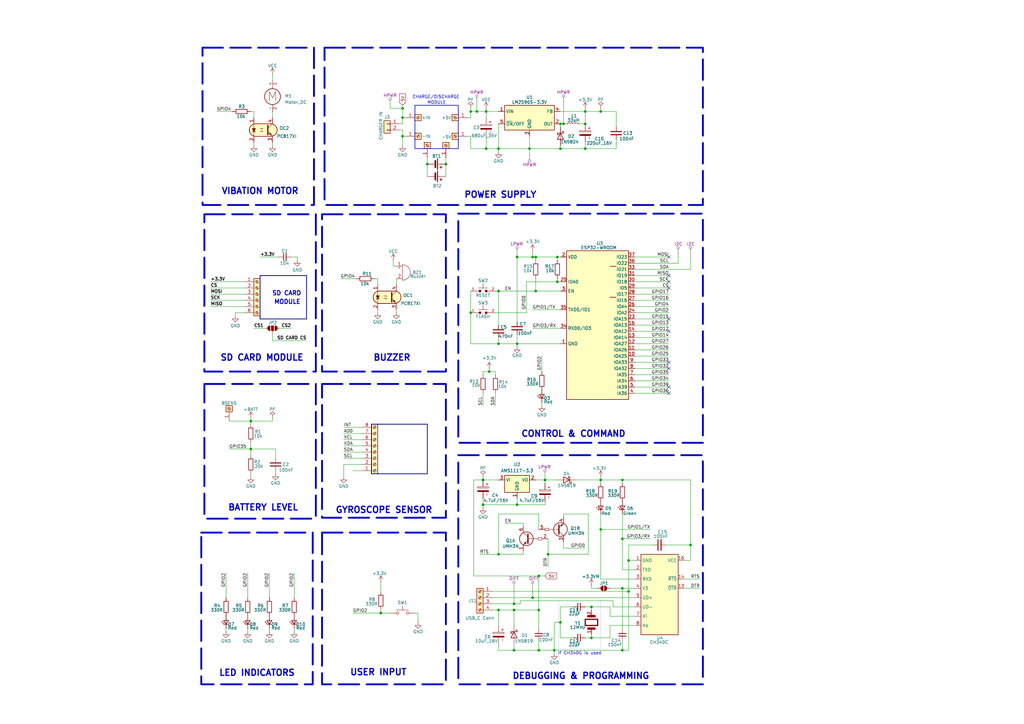
<source format=kicad_sch>
(kicad_sch (version 20250114) (generator "eeschema") (generator_version "9.0")
  (paper "A3")
  (rectangle (start 83.058 19.558) (end 128.778 84.074) (stroke (width 0.762) (type dash)))
  (rectangle (start 133.096 19.558) (end 288.29 84.074) (stroke (width 0.762) (type dash)))
  (rectangle (start 132.08 157.48) (end 182.88 212.344) (stroke (width 0.762) (type dash)))
  (rectangle (start 170.18 43.18) (end 187.96 60.96) (stroke (width 0.254)))
  (rectangle (start 132.08 87.884) (end 182.88 152.4) (stroke (width 0.762) (type dash)))
  (rectangle (start 83.82 157.48) (end 129.54 212.725) (stroke (width 0.762) (type dash)))
  (rectangle (start 83.82 87.884) (end 129.54 152.4) (stroke (width 0.762) (type dash)))
  (rectangle (start 187.96 87.63) (end 288.29 181.61) (stroke (width 0.762) (type dash)))
  (rectangle (start 82.55 218.44) (end 128.27 280.67) (stroke (width 0.762) (type dash)))
  (rectangle (start 132.08 218.44) (end 182.88 280.67) (stroke (width 0.762) (type dash)))
  (rectangle (start 187.96 186.69) (end 288.29 280.67) (stroke (width 0.762) (type dash)))
  (text "GYROSCOPE SENSOR" (at 157.48 209.296 0) (effects (font (size 2.54 2.54) (thickness 0.508) (bold yes))))
  (text "BUZZER" (at 160.782 146.812 0) (effects (font (size 2.54 2.54) (thickness 0.508) (bold yes))))
  (text "MODULE" (at 179.07 42.164 0) (effects (font (size 1.27 1.27) (thickness 0.1588))))
  (text "MODULE" (at 117.856 123.952 0) (effects (font (size 1.778 1.778) (thickness 0.3556) (bold yes))))
  (text "BATTERY LEVEL" (at 107.95 208.28 0) (effects (font (size 2.54 2.54) (thickness 0.508) (bold yes))))
  (text "VIBATION MOTOR" (at 106.68 78.486 0) (effects (font (size 2.54 2.54) (thickness 0.508) (bold yes))))
  (text "LED INDICATORS" (at 105.41 276.098 0) (effects (font (size 2.54 2.54) (thickness 0.508) (bold yes))))
  (text "SD CARD" (at 117.602 120.396 0) (effects (font (size 1.778 1.778) (thickness 0.3556) (bold yes))))
  (text "If CH340G is used" (at 237.744 267.97 0) (effects (font (size 1.27 1.27))))
  (text "CONTROL & COMMAND" (at 235.204 178.054 0) (effects (font (size 2.54 2.54) (thickness 0.508) (bold yes))))
  (text "SD CARD MODULE" (at 107.442 146.812 0) (effects (font (size 2.54 2.54) (thickness 0.508) (bold yes))))
  (text "USER INPUT" (at 155.194 275.844 0) (effects (font (size 2.54 2.54) (thickness 0.508) (bold yes))))
  (text "DEBUGGING & PROGRAMMING" (at 238.252 277.368 0) (effects (font (size 2.54 2.54) (thickness 0.508) (bold yes))))
  (text "POWER SUPPLY" (at 205.232 80.01 0) (effects (font (size 2.54 2.54) (thickness 0.508) (bold yes))))
  (text "CHARGE/DISCHARGE" (at 178.816 39.878 0) (effects (font (size 1.27 1.27) (thickness 0.1588))))
  (text_box "" (at 229.235 245.745 0) (size 17.145 20.32) (margins 0.9525 0.9525 0.9525 0.9525) (stroke (width 0) (type dot)) (effects (font (size 1.27 1.27)) (justify left top)))
  (junction (at 199.39 45.72))
  (junction (at 193.04 45.72))
  (junction (at 220.98 236.22))
  (junction (at 204.47 60.96))
  (junction (at 204.47 119.38))
  (junction (at 246.38 196.85))
  (junction (at 255.27 266.7))
  (junction (at 240.03 60.96))
  (junction (at 212.09 207.01))
  (junction (at 156.21 251.46))
  (junction (at 229.87 50.8))
  (junction (at 220.98 266.7))
  (junction (at 165.1 44.45))
  (junction (at 231.14 50.8))
  (junction (at 204.47 250.19))
  (junction (at 229.87 60.96))
  (junction (at 219.71 119.38))
  (junction (at 182.88 67.31))
  (junction (at 228.6 105.41))
  (junction (at 102.87 184.15))
  (junction (at 255.27 220.98))
  (junction (at 102.87 172.72))
  (junction (at 224.79 227.33))
  (junction (at 199.39 60.96))
  (junction (at 257.81 229.87))
  (junction (at 229.87 255.27))
  (junction (at 283.21 223.52))
  (junction (at 255.27 241.3))
  (junction (at 175.26 67.31))
  (junction (at 210.82 266.7))
  (junction (at 217.17 60.96))
  (junction (at 227.33 266.7))
  (junction (at 210.82 247.65))
  (junction (at 242.57 248.92))
  (junction (at 204.47 227.33))
  (junction (at 240.03 50.8))
  (junction (at 165.1 48.26))
  (junction (at 257.81 242.57))
  (junction (at 165.1 55.88))
  (junction (at 198.12 196.85))
  (junction (at 195.58 45.72))
  (junction (at 223.52 196.85))
  (junction (at 212.09 140.97))
  (junction (at 219.71 105.41))
  (junction (at 242.57 261.62))
  (junction (at 193.04 128.27))
  (junction (at 212.09 105.41))
  (junction (at 220.98 250.19))
  (junction (at 228.6 115.57))
  (junction (at 210.82 250.19))
  (junction (at 255.27 196.85))
  (junction (at 218.44 105.41))
  (junction (at 240.03 45.72))
  (junction (at 246.38 45.72))
  (junction (at 200.66 152.4))
  (junction (at 198.12 207.01))
  (junction (at 246.38 217.17))
  (junction (at 218.44 245.11))
  (junction (at 204.47 140.97))
  (no_connect (at 274.32 135.89))
  (no_connect (at 274.32 115.57))
  (no_connect (at 274.32 105.41))
  (no_connect (at 274.32 158.75))
  (no_connect (at 274.32 118.11))
  (no_connect (at 274.32 161.29))
  (no_connect (at 274.32 151.13))
  (no_connect (at 274.32 113.03))
  (no_connect (at 274.32 148.59))
  (no_connect (at 274.32 130.81))
  (wire (pts (xy 86.36 123.19) (xy 100.33 123.19)))
  (wire (pts (xy 241.3 210.82) (xy 241.3 227.33)))
  (wire (pts (xy 193.04 128.27) (xy 193.04 140.97)))
  (wire (pts (xy 220.98 262.89) (xy 220.98 266.7)))
  (wire (pts (xy 212.09 137.16) (xy 212.09 140.97)))
  (wire (pts (xy 104.14 58.42) (xy 104.14 59.69)))
  (wire (pts (xy 201.93 245.11) (xy 218.44 245.11)))
  (wire (pts (xy 171.45 251.46) (xy 170.18 251.46)))
  (wire (pts (xy 260.35 161.29) (xy 274.32 161.29)))
  (wire (pts (xy 227.33 266.7) (xy 255.27 266.7)))
  (wire (pts (xy 199.39 55.88) (xy 199.39 60.96)))
  (wire (pts (xy 111.76 45.72) (xy 111.76 48.26)))
  (wire (pts (xy 260.35 130.81) (xy 274.32 130.81)))
  (wire (pts (xy 237.49 50.8) (xy 240.03 50.8)))
  (wire (pts (xy 260.35 148.59) (xy 274.32 148.59)))
  (wire (pts (xy 194.31 196.85) (xy 194.31 236.22)))
  (wire (pts (xy 102.87 195.58) (xy 102.87 194.31)))
  (wire (pts (xy 252.73 57.15) (xy 252.73 60.96)))
  (wire (pts (xy 257.81 229.87) (xy 257.81 242.57)))
  (wire (pts (xy 102.87 184.15) (xy 102.87 186.69)))
  (wire (pts (xy 236.22 196.85) (xy 246.38 196.85)))
  (wire (pts (xy 204.47 138.43) (xy 204.47 140.97)))
  (wire (pts (xy 199.39 45.72) (xy 199.39 48.26)))
  (wire (pts (xy 203.2 161.29) (xy 203.2 166.37)))
  (wire (pts (xy 207.01 214.63) (xy 214.63 214.63)))
  (wire (pts (xy 153.67 114.3) (xy 154.94 114.3)))
  (wire (pts (xy 86.36 118.11) (xy 100.33 118.11)))
  (wire (pts (xy 215.9 115.57) (xy 228.6 115.57)))
  (wire (pts (xy 283.21 104.14) (xy 283.21 110.49)))
  (wire (pts (xy 175.26 64.77) (xy 175.26 67.31)))
  (wire (pts (xy 104.14 48.26) (xy 104.14 45.72)))
  (wire (pts (xy 218.44 241.3) (xy 218.44 245.11)))
  (bus (pts (xy 106.68 113.03) (xy 125.73 113.03)))
  (wire (pts (xy 204.47 60.96) (xy 217.17 60.96)))
  (wire (pts (xy 219.71 105.41) (xy 218.44 105.41)))
  (wire (pts (xy 240.03 45.72) (xy 246.38 45.72)))
  (bus (pts (xy 175.26 173.99) (xy 175.26 194.31)))
  (wire (pts (xy 260.35 140.97) (xy 274.32 140.97)))
  (wire (pts (xy 218.44 245.11) (xy 260.35 245.11)))
  (wire (pts (xy 203.2 152.4) (xy 203.2 153.67)))
  (wire (pts (xy 255.27 196.85) (xy 283.21 196.85)))
  (wire (pts (xy 260.35 135.89) (xy 274.32 135.89)))
  (wire (pts (xy 246.38 196.85) (xy 255.27 196.85)))
  (wire (pts (xy 229.87 60.96) (xy 240.03 60.96)))
  (bus (pts (xy 152.4 173.99) (xy 152.4 194.31)))
  (wire (pts (xy 204.47 119.38) (xy 219.71 119.38)))
  (wire (pts (xy 231.14 41.91) (xy 231.14 50.8)))
  (wire (pts (xy 255.27 220.98) (xy 266.7 220.98)))
  (wire (pts (xy 246.38 217.17) (xy 266.7 217.17)))
  (wire (pts (xy 246.38 45.72) (xy 246.38 44.45)))
  (wire (pts (xy 231.14 50.8) (xy 232.41 50.8)))
  (wire (pts (xy 198.12 204.47) (xy 198.12 207.01)))
  (wire (pts (xy 165.1 43.18) (xy 165.1 44.45)))
  (wire (pts (xy 242.57 248.92) (xy 250.19 248.92)))
  (wire (pts (xy 160.02 43.18) (xy 160.02 44.45)))
  (wire (pts (xy 140.97 177.8) (xy 148.59 177.8)))
  (wire (pts (xy 220.98 210.82) (xy 220.98 217.17)))
  (wire (pts (xy 240.03 261.62) (xy 242.57 261.62)))
  (wire (pts (xy 260.35 115.57) (xy 274.32 115.57)))
  (wire (pts (xy 102.87 172.72) (xy 111.76 172.72)))
  (wire (pts (xy 140.97 190.5) (xy 140.97 195.58)))
  (wire (pts (xy 120.65 234.95) (xy 120.65 245.11)))
  (wire (pts (xy 203.2 119.38) (xy 204.47 119.38)))
  (bus (pts (xy 152.4 173.99) (xy 175.26 173.99)))
  (wire (pts (xy 210.82 241.3) (xy 210.82 247.65)))
  (wire (pts (xy 260.35 138.43) (xy 274.32 138.43)))
  (wire (pts (xy 246.38 237.49) (xy 260.35 237.49)))
  (wire (pts (xy 217.17 60.96) (xy 217.17 63.5)))
  (wire (pts (xy 195.58 41.91) (xy 195.58 45.72)))
  (wire (pts (xy 260.35 156.21) (xy 274.32 156.21)))
  (wire (pts (xy 283.21 196.85) (xy 283.21 223.52)))
  (wire (pts (xy 228.6 115.57) (xy 229.87 115.57)))
  (wire (pts (xy 280.67 237.49) (xy 287.02 237.49)))
  (wire (pts (xy 144.78 251.46) (xy 156.21 251.46)))
  (wire (pts (xy 229.87 50.8) (xy 229.87 52.07)))
  (wire (pts (xy 260.35 158.75) (xy 274.32 158.75)))
  (wire (pts (xy 240.03 45.72) (xy 240.03 50.8)))
  (wire (pts (xy 101.6 234.95) (xy 101.6 245.11)))
  (wire (pts (xy 182.88 64.77) (xy 182.88 67.31)))
  (wire (pts (xy 198.12 195.58) (xy 198.12 196.85)))
  (wire (pts (xy 106.68 105.41) (xy 114.3 105.41)))
  (wire (pts (xy 283.21 223.52) (xy 283.21 229.87)))
  (wire (pts (xy 223.52 196.85) (xy 223.52 198.12)))
  (wire (pts (xy 255.27 241.3) (xy 260.35 241.3)))
  (wire (pts (xy 156.21 238.76) (xy 156.21 242.57)))
  (wire (pts (xy 199.39 45.72) (xy 204.47 45.72)))
  (wire (pts (xy 86.36 115.57) (xy 100.33 115.57)))
  (wire (pts (xy 198.12 196.85) (xy 204.47 196.85)))
  (wire (pts (xy 165.1 53.34) (xy 165.1 55.88)))
  (wire (pts (xy 139.7 114.3) (xy 146.05 114.3)))
  (wire (pts (xy 198.12 207.01) (xy 198.12 208.28)))
  (wire (pts (xy 212.09 105.41) (xy 218.44 105.41)))
  (wire (pts (xy 229.87 60.96) (xy 229.87 59.69)))
  (wire (pts (xy 220.98 250.19) (xy 220.98 257.81)))
  (wire (pts (xy 278.13 104.14) (xy 278.13 107.95)))
  (wire (pts (xy 210.82 250.19) (xy 220.98 250.19)))
  (wire (pts (xy 250.19 256.54) (xy 250.19 261.62)))
  (wire (pts (xy 110.49 257.81) (xy 110.49 259.08)))
  (wire (pts (xy 242.57 240.03) (xy 242.57 241.3)))
  (wire (pts (xy 165.1 55.88) (xy 165.1 59.69)))
  (wire (pts (xy 260.35 153.67) (xy 274.32 153.67)))
  (wire (pts (xy 229.87 255.27) (xy 229.87 261.62)))
  (wire (pts (xy 111.76 172.72) (xy 111.76 171.45)))
  (wire (pts (xy 260.35 107.95) (xy 278.13 107.95)))
  (wire (pts (xy 140.97 190.5) (xy 148.59 190.5)))
  (wire (pts (xy 204.47 250.19) (xy 204.47 256.54)))
  (wire (pts (xy 246.38 196.85) (xy 246.38 198.12)))
  (wire (pts (xy 260.35 125.73) (xy 274.32 125.73)))
  (wire (pts (xy 242.57 241.3) (xy 245.11 241.3)))
  (wire (pts (xy 194.31 236.22) (xy 220.98 236.22)))
  (wire (pts (xy 191.77 48.26) (xy 193.04 48.26)))
  (wire (pts (xy 198.12 161.29) (xy 198.12 166.37)))
  (wire (pts (xy 156.21 251.46) (xy 160.02 251.46)))
  (wire (pts (xy 214.63 214.63) (xy 214.63 215.9)))
  (wire (pts (xy 204.47 62.23) (xy 204.47 60.96)))
  (wire (pts (xy 260.35 128.27) (xy 274.32 128.27)))
  (wire (pts (xy 228.6 105.41) (xy 228.6 106.68)))
  (wire (pts (xy 198.12 153.67) (xy 198.12 152.4)))
  (wire (pts (xy 252.73 45.72) (xy 246.38 45.72)))
  (wire (pts (xy 193.04 45.72) (xy 195.58 45.72)))
  (wire (pts (xy 280.67 229.87) (xy 283.21 229.87)))
  (wire (pts (xy 201.93 247.65) (xy 210.82 247.65)))
  (wire (pts (xy 219.71 119.38) (xy 229.87 119.38)))
  (wire (pts (xy 260.35 143.51) (xy 274.32 143.51)))
  (wire (pts (xy 204.47 227.33) (xy 214.63 227.33)))
  (wire (pts (xy 121.92 105.41) (xy 121.92 106.68)))
  (wire (pts (xy 140.97 187.96) (xy 148.59 187.96)))
  (wire (pts (xy 257.81 223.52) (xy 267.97 223.52)))
  (wire (pts (xy 229.87 45.72) (xy 240.03 45.72)))
  (wire (pts (xy 165.1 48.26) (xy 166.37 48.26)))
  (wire (pts (xy 199.39 60.96) (xy 204.47 60.96)))
  (wire (pts (xy 255.27 210.82) (xy 255.27 220.98)))
  (wire (pts (xy 204.47 119.38) (xy 204.47 133.35)))
  (wire (pts (xy 257.81 229.87) (xy 260.35 229.87)))
  (wire (pts (xy 200.66 152.4) (xy 203.2 152.4)))
  (wire (pts (xy 175.26 67.31) (xy 175.26 72.39)))
  (wire (pts (xy 215.9 115.57) (xy 215.9 128.27)))
  (wire (pts (xy 171.45 255.27) (xy 171.45 251.46)))
  (wire (pts (xy 218.44 102.87) (xy 218.44 105.41)))
  (wire (pts (xy 231.14 224.79) (xy 231.14 222.25)))
  (wire (pts (xy 231.14 210.82) (xy 241.3 210.82)))
  (wire (pts (xy 102.87 45.72) (xy 104.14 45.72)))
  (wire (pts (xy 111.76 30.48) (xy 111.76 33.02)))
  (wire (pts (xy 195.58 45.72) (xy 199.39 45.72)))
  (wire (pts (xy 217.17 55.88) (xy 217.17 60.96)))
  (wire (pts (xy 260.35 123.19) (xy 274.32 123.19)))
  (wire (pts (xy 227.33 255.27) (xy 227.33 266.7)))
  (wire (pts (xy 165.1 55.88) (xy 166.37 55.88)))
  (wire (pts (xy 201.93 242.57) (xy 257.81 242.57)))
  (wire (pts (xy 213.36 246.38) (xy 213.36 247.65)))
  (wire (pts (xy 102.87 172.72) (xy 102.87 173.99)))
  (wire (pts (xy 246.38 210.82) (xy 246.38 217.17)))
  (wire (pts (xy 93.98 184.15) (xy 102.87 184.15)))
  (wire (pts (xy 160.02 44.45) (xy 165.1 44.45)))
  (wire (pts (xy 140.97 180.34) (xy 148.59 180.34)))
  (wire (pts (xy 242.57 248.92) (xy 242.57 250.19)))
  (wire (pts (xy 144.78 193.04) (xy 148.59 193.04)))
  (wire (pts (xy 255.27 220.98) (xy 255.27 233.68)))
  (wire (pts (xy 223.52 205.74) (xy 223.52 207.01)))
  (wire (pts (xy 280.67 241.3) (xy 287.02 241.3)))
  (wire (pts (xy 204.47 140.97) (xy 212.09 140.97)))
  (wire (pts (xy 193.04 48.26) (xy 193.04 45.72)))
  (wire (pts (xy 219.71 114.3) (xy 219.71 119.38)))
  (wire (pts (xy 92.71 234.95) (xy 92.71 245.11)))
  (wire (pts (xy 250.19 248.92) (xy 250.19 252.73)))
  (wire (pts (xy 156.21 250.19) (xy 156.21 251.46)))
  (wire (pts (xy 220.98 236.22) (xy 220.98 250.19)))
  (bus (pts (xy 106.68 113.03) (xy 106.68 130.81)))
  (wire (pts (xy 240.03 58.42) (xy 240.03 60.96)))
  (wire (pts (xy 162.56 114.3) (xy 162.56 116.84)))
  (wire (pts (xy 218.44 127) (xy 229.87 127)))
  (wire (pts (xy 86.36 125.73) (xy 100.33 125.73)))
  (wire (pts (xy 217.17 60.96) (xy 229.87 60.96)))
  (wire (pts (xy 212.09 140.97) (xy 229.87 140.97)))
  (wire (pts (xy 140.97 182.88) (xy 148.59 182.88)))
  (wire (pts (xy 255.27 196.85) (xy 255.27 198.12)))
  (wire (pts (xy 260.35 113.03) (xy 274.32 113.03)))
  (wire (pts (xy 255.27 266.7) (xy 257.81 266.7)))
  (wire (pts (xy 229.87 248.92) (xy 234.95 248.92)))
  (wire (pts (xy 260.35 120.65) (xy 274.32 120.65)))
  (wire (pts (xy 212.09 204.47) (xy 212.09 207.01)))
  (wire (pts (xy 86.36 120.65) (xy 100.33 120.65)))
  (wire (pts (xy 193.04 44.45) (xy 193.04 45.72)))
  (wire (pts (xy 198.12 207.01) (xy 212.09 207.01)))
  (wire (pts (xy 165.1 44.45) (xy 165.1 48.26)))
  (wire (pts (xy 255.27 233.68) (xy 260.35 233.68)))
  (wire (pts (xy 260.35 118.11) (xy 274.32 118.11)))
  (wire (pts (xy 219.71 105.41) (xy 219.71 106.68)))
  (wire (pts (xy 163.83 50.8) (xy 165.1 50.8)))
  (wire (pts (xy 203.2 128.27) (xy 215.9 128.27)))
  (bus (pts (xy 175.26 194.31) (xy 152.4 194.31)))
  (wire (pts (xy 213.36 246.38) (xy 251.46 246.38)))
  (wire (pts (xy 229.87 248.92) (xy 229.87 255.27)))
  (wire (pts (xy 92.71 257.81) (xy 92.71 259.08)))
  (wire (pts (xy 161.29 109.22) (xy 162.56 109.22)))
  (wire (pts (xy 250.19 256.54) (xy 260.35 256.54)))
  (wire (pts (xy 214.63 226.06) (xy 214.63 227.33)))
  (wire (pts (xy 220.98 236.22) (xy 223.52 236.22)))
  (wire (pts (xy 182.88 72.39) (xy 182.88 67.31)))
  (wire (pts (xy 212.09 207.01) (xy 223.52 207.01)))
  (wire (pts (xy 191.77 55.88) (xy 193.04 55.88)))
  (wire (pts (xy 113.03 184.15) (xy 102.87 184.15)))
  (wire (pts (xy 96.52 128.27) (xy 100.33 128.27)))
  (wire (pts (xy 210.82 247.65) (xy 213.36 247.65)))
  (wire (pts (xy 227.33 255.27) (xy 229.87 255.27)))
  (wire (pts (xy 251.46 248.92) (xy 260.35 248.92)))
  (wire (pts (xy 111.76 137.16) (xy 111.76 139.7)))
  (wire (pts (xy 260.35 133.35) (xy 274.32 133.35)))
  (wire (pts (xy 201.93 250.19) (xy 204.47 250.19)))
  (wire (pts (xy 227.33 267.97) (xy 227.33 266.7)))
  (wire (pts (xy 102.87 171.45) (xy 102.87 172.72)))
  (wire (pts (xy 218.44 134.62) (xy 229.87 134.62)))
  (wire (pts (xy 219.71 105.41) (xy 228.6 105.41)))
  (wire (pts (xy 231.14 224.79) (xy 240.03 224.79)))
  (wire (pts (xy 111.76 58.42) (xy 111.76 59.69)))
  (wire (pts (xy 231.14 210.82) (xy 231.14 212.09)))
  (wire (pts (xy 204.47 250.19) (xy 210.82 250.19)))
  (wire (pts (xy 204.47 266.7) (xy 210.82 266.7)))
  (wire (pts (xy 210.82 264.16) (xy 210.82 266.7)))
  (wire (pts (xy 161.29 106.68) (xy 161.29 109.22)))
  (wire (pts (xy 193.04 60.96) (xy 199.39 60.96)))
  (wire (pts (xy 251.46 246.38) (xy 251.46 248.92)))
  (wire (pts (xy 104.14 134.62) (xy 109.22 134.62)))
  (wire (pts (xy 113.03 187.96) (xy 113.03 184.15)))
  (wire (pts (xy 140.97 175.26) (xy 148.59 175.26)))
  (wire (pts (xy 250.19 241.3) (xy 255.27 241.3)))
  (wire (pts (xy 204.47 50.8) (xy 204.47 60.96)))
  (wire (pts (xy 194.31 196.85) (xy 198.12 196.85)))
  (wire (pts (xy 193.04 55.88) (xy 193.04 60.96)))
  (wire (pts (xy 193.04 119.38) (xy 193.04 128.27)))
  (wire (pts (xy 255.27 241.3) (xy 255.27 257.81)))
  (wire (pts (xy 260.35 151.13) (xy 274.32 151.13)))
  (wire (pts (xy 242.57 260.35) (xy 242.57 261.62)))
  (wire (pts (xy 229.87 50.8) (xy 231.14 50.8)))
  (wire (pts (xy 154.94 116.84) (xy 154.94 114.3)))
  (wire (pts (xy 240.03 45.72) (xy 240.03 44.45)))
  (wire (pts (xy 223.52 196.85) (xy 228.6 196.85)))
  (wire (pts (xy 154.94 127) (xy 154.94 128.27)))
  (wire (pts (xy 246.38 195.58) (xy 246.38 196.85)))
  (wire (pts (xy 260.35 110.49) (xy 283.21 110.49)))
  (wire (pts (xy 257.81 242.57) (xy 257.81 266.7)))
  (wire (pts (xy 163.83 53.34) (xy 165.1 53.34)))
  (wire (pts (xy 113.03 193.04) (xy 113.03 194.31)))
  (wire (pts (xy 212.09 104.14) (xy 212.09 105.41)))
  (wire (pts (xy 162.56 127) (xy 162.56 128.27)))
  (wire (pts (xy 273.05 223.52) (xy 283.21 223.52)))
  (wire (pts (xy 210.82 250.19) (xy 210.82 256.54)))
  (wire (pts (xy 212.09 105.41) (xy 212.09 132.08)))
  (wire (pts (xy 96.52 129.54) (xy 96.52 128.27)))
  (wire (pts (xy 260.35 146.05) (xy 274.32 146.05)))
  (wire (pts (xy 198.12 152.4) (xy 200.66 152.4)))
  (wire (pts (xy 252.73 60.96) (xy 240.03 60.96)))
  (wire (pts (xy 246.38 217.17) (xy 246.38 237.49)))
  (wire (pts (xy 88.9 45.72) (xy 95.25 45.72)))
  (wire (pts (xy 210.82 266.7) (xy 220.98 266.7)))
  (wire (pts (xy 204.47 210.82) (xy 204.47 227.33)))
  (wire (pts (xy 199.39 44.45) (xy 199.39 45.72)))
  (wire (pts (xy 224.79 220.98) (xy 224.79 227.33)))
  (wire (pts (xy 93.98 172.72) (xy 102.87 172.72)))
  (wire (pts (xy 193.04 140.97) (xy 204.47 140.97)))
  (wire (pts (xy 252.73 52.07) (xy 252.73 45.72)))
  (wire (pts (xy 224.79 227.33) (xy 241.3 227.33)))
  (bus (pts (xy 125.73 130.81) (xy 106.68 130.81)))
  (wire (pts (xy 220.98 266.7) (xy 227.33 266.7)))
  (wire (pts (xy 250.19 252.73) (xy 260.35 252.73)))
  (wire (pts (xy 140.97 185.42) (xy 148.59 185.42)))
  (wire (pts (xy 223.52 195.58) (xy 223.52 196.85)))
  (wire (pts (xy 125.73 139.7) (xy 111.76 139.7)))
  (wire (pts (xy 119.38 105.41) (xy 121.92 105.41)))
  (wire (pts (xy 222.25 165.1) (xy 222.25 166.37)))
  (wire (pts (xy 102.87 181.61) (xy 102.87 184.15)))
  (wire (pts (xy 242.57 261.62) (xy 250.19 261.62)))
  (wire (pts (xy 257.81 229.87) (xy 257.81 223.52)))
  (wire (pts (xy 200.66 151.13) (xy 200.66 152.4)))
  (wire (pts (xy 255.27 262.89) (xy 255.27 266.7)))
  (wire (pts (xy 229.87 261.62) (xy 234.95 261.62)))
  (wire (pts (xy 224.79 227.33) (xy 224.79 232.41)))
  (bus (pts (xy 125.73 113.03) (xy 125.73 130.81)))
  (wire (pts (xy 228.6 114.3) (xy 228.6 115.57)))
  (wire (pts (xy 196.85 227.33) (xy 204.47 227.33)))
  (wire (pts (xy 120.65 257.81) (xy 120.65 259.08)))
  (wire (pts (xy 240.03 248.92) (xy 242.57 248.92)))
  (wire (pts (xy 101.6 257.81) (xy 101.6 259.08)))
  (wire (pts (xy 204.47 264.16) (xy 204.47 266.7)))
  (wire (pts (xy 114.3 134.62) (xy 119.38 134.62)))
  (wire (pts (xy 219.71 196.85) (xy 223.52 196.85)))
  (wire (pts (xy 110.49 234.95) (xy 110.49 245.11)))
  (wire (pts (xy 165.1 50.8) (xy 165.1 48.26)))
  (wire (pts (xy 222.25 146.05) (xy 222.25 152.4)))
  (wire (pts (xy 260.35 105.41) (xy 274.32 105.41)))
  (wire (pts (xy 228.6 105.41) (xy 229.87 105.41)))
  (wire (pts (xy 204.47 210.82) (xy 220.98 210.82)))
  (wire (pts (xy 212.09 140.97) (xy 212.09 142.24)))
  (label "INT" (at 140.97 175.26 0))
  (label "+3.3V" (at 106.68 105.41 0) (effects (font (thickness 0.254) (bold yes))))
  (label "MOSI" (at 86.36 120.65 0) (effects (font (thickness 0.254) (bold yes))))
  (label "SCL" (at 274.32 107.95 180))
  (label "GPIO2" (at 110.49 234.95 270))
  (label "RTS" (at 196.85 227.33 0))
  (label "SDA" (at 140.97 185.42 0))
  (label "DTR" (at 224.79 232.41 90))
  (label "GPIO4" (at 139.7 114.3 0))
  (label "EN" (at 207.01 119.38 0))
  (label "SDA" (at 203.2 166.37 90))
  (label "GPIO27" (at 274.32 140.97 180))
  (label "SDA" (at 274.32 110.49 180))
  (label "GPIO12" (at 274.32 135.89 180))
  (label "GPIO4" (at 274.32 125.73 180))
  (label "MOSI" (at 274.32 105.41 180))
  (label "GPIO2" (at 144.78 251.46 0))
  (label "GPIO34" (at 274.32 156.21 180))
  (label "GPIO33" (at 274.32 148.59 180))
  (label "CS2" (at 119.38 134.62 180) (effects (font (thickness 0.254) (bold yes))))
  (label "GPIO32" (at 274.32 151.13 180))
  (label "GPIO0" (at 240.03 224.79 180))
  (label "GPIO2" (at 101.6 234.95 270))
  (label "GPIO13" (at 274.32 133.35 180))
  (label "RTS" (at 287.02 237.49 180))
  (label "GPIO17" (at 274.32 120.65 180))
  (label "SCK" (at 86.36 123.19 0) (effects (font (thickness 0.254) (bold yes))))
  (label "GPIO15" (at 274.32 130.81 180))
  (label "DTR" (at 287.02 241.3 180))
  (label "MISO" (at 86.36 125.73 0) (effects (font (thickness 0.254) (bold yes))))
  (label "AD0" (at 140.97 177.8 0))
  (label "CS1" (at 104.14 134.62 0) (effects (font (thickness 0.254) (bold yes))))
  (label "GPIO14" (at 274.32 138.43 180))
  (label "GPIO36" (at 274.32 161.29 180))
  (label "GPIO16" (at 274.32 123.19 180))
  (label "GPIO2" (at 222.25 146.05 270))
  (label "MISO" (at 274.32 113.03 180))
  (label "EN" (at 207.01 214.63 0))
  (label "SCL" (at 198.12 166.37 90))
  (label "SD CARD CS" (at 125.73 139.7 180) (effects (font (thickness 0.254) (bold yes))))
  (label "GPIO2" (at 120.65 234.95 270))
  (label "GPIO35" (at 93.98 184.15 0))
  (label "GPIO1{slash}TX" (at 266.7 217.17 180))
  (label "GPIO2" (at 92.71 234.95 270))
  (label "GPIO4" (at 88.9 45.72 0))
  (label "GPIO25" (at 274.32 146.05 180))
  (label "GPIO3{slash}RX" (at 218.44 134.62 0))
  (label "CS" (at 274.32 118.11 180))
  (label "+3.3V" (at 86.36 115.57 0) (effects (font (thickness 0.254) (bold yes))))
  (label "GPIO0" (at 215.9 127 90))
  (label "GPIO26" (at 274.32 143.51 180))
  (label "SCL" (at 140.97 187.96 0))
  (label "SCK" (at 274.32 115.57 180))
  (label "GPIO39" (at 274.32 158.75 180))
  (label "XDA" (at 140.97 182.88 0))
  (label "GPIO35" (at 274.32 153.67 180))
  (label "GPIO1{slash}TX" (at 218.44 127 0))
  (label "CS" (at 86.36 118.11 0) (effects (font (thickness 0.254) (bold yes))))
  (label "GPIO2" (at 274.32 128.27 180))
  (label "GPIO3{slash}RX" (at 266.7 220.98 180))
  (label "XCL" (at 140.97 180.34 0))
  (global_label "5V" (shape input) (at 223.52 236.22 0) (property "Intersheetrefs" "${INTERSHEET_REFS}" (effects (hide yes))))
  (global_label "5V" (shape input) (at 165.1 43.18 90) (property "Intersheetrefs" "${INTERSHEET_REFS}" (effects (hide yes))))
  (netclass_flag "" (length 2.54) (shape round) (at 278.13 104.14 0) (property "Netclass" "I2C" (at 276.606 100.076 0) (effects (justify left))))
  (netclass_flag "" (length 2.54) (shape round) (at 212.09 104.14 0) (property "Netclass" "LPWR" (at 209.296 100.076 0) (effects (justify left))))
  (netclass_flag "" (length 2.54) (shape round) (at 210.82 241.3 0) (property "Netclass" "DIFF" (at 208.788 237.236 0) (effects (justify left))))
  (netclass_flag "" (length 2.54) (shape round) (at 218.44 241.3 0) (property "Netclass" "DIFF" (at 216.916 237.236 0) (effects (justify left))))
  (netclass_flag "" (length 2.54) (shape round) (at 231.14 41.91 0) (property "Netclass" "HPWR" (at 228.346 37.846 0) (effects (justify left))))
  (netclass_flag "" (length 2.54) (shape round) (at 223.52 195.58 0) (property "Netclass" "LPWR" (at 220.726 191.516 0) (effects (justify left))))
  (netclass_flag "" (length 2.54) (shape round) (at 160.02 43.18 0) (property "Netclass" "HPWR" (at 157.226 39.116 0) (effects (justify left))))
  (netclass_flag "" (length 2.54) (shape round) (at 217.17 63.5 180) (property "Netclass" "HPWR" (at 219.964 67.564 0) (effects (justify right))))
  (netclass_flag "" (length 2.54) (shape round) (at 283.21 104.14 0) (property "Netclass" "I2C" (at 281.686 100.076 0) (effects (justify left))))
  (netclass_flag "" (length 2.54) (shape round) (at 195.58 41.91 0) (property "Netclass" "HPWR" (at 192.786 37.846 0) (effects (justify left))))
  (symbol (lib_id "PCM_SL_Capacitors:104_Ceramic") (at 204.47 135.89 90) (unit 1)
    (property "Reference" "C5" (at 205.232 134.112 90) (effects (justify right)))
    (property "Value" "470nF" (at 204.47 137.922 90) (effects (justify right)))
    (property "Footprint" "Capacitor_SMD:C_0805_2012Metric_Pad1.18x1.45mm_HandSolder" (effects (hide yes)))
    (property "Description" "100nF Ceramic Capacitor" (effects (hide yes)))
  )
  (symbol (lib_name "ESP32-WROOM_1") (lib_id "SparkFun-RF:ESP32-WROOM") (at 245.11 134.62 0) (unit 1)
    (property "Reference" "U3" (at 244.602 99.822 0) (effects (justify left)))
    (property "Value" "ESP32-WROOM" (at 238.252 101.6 0) (effects (justify left)))
    (property "Footprint" "RF_Module:ESP32-WROOM-32U" (effects (hide yes)))
    (property "Datasheet" "https://www.mouser.com/datasheet/2/891/esp32_wroom_32e_esp32_wroom_32ue_datasheet_en-1855879.pdf" (effects (hide yes)))
    (property "PROD_ID" "IC-15676" (effects (hide yes)))
  )
  (symbol (lib_id "power:GND") (at 222.25 166.37 0) (unit 1)
    (property "Reference" "#PWR025" (effects (hide yes)))
    (property "Value" "GND" (at 222.25 170.18 0))
    (property "Description" "Power symbol creates a global label with name \"GND\" , ground" (effects (hide yes)))
  )
  (symbol (lib_id "PCM_SL_Capacitors:104_Ceramic") (at 212.09 134.62 90) (unit 1)
    (property "Reference" "C7" (at 213.106 132.842 90) (effects (justify right)))
    (property "Value" "100nF" (at 212.344 136.652 90) (effects (justify right)))
    (property "Footprint" "Capacitor_SMD:C_0805_2012Metric_Pad1.18x1.45mm_HandSolder" (effects (hide yes)))
    (property "Description" "100nF Ceramic Capacitor" (effects (hide yes)))
  )
  (symbol (lib_id "power:GND") (at 198.12 208.28 0) (unit 1)
    (property "Reference" "#PWR021" (effects (hide yes)))
    (property "Value" "GND" (at 198.12 212.09 0))
    (property "Description" "Power symbol creates a global label with name \"GND\" , ground" (effects (hide yes)))
  )
  (symbol (lib_id "power:GND") (at 111.76 59.69 0) (unit 1)
    (property "Reference" "#PWR05" (effects (hide yes)))
    (property "Value" "GND" (at 111.76 63.5 0))
    (property "Description" "Power symbol creates a global label with name \"GND\" , ground" (effects (hide yes)))
  )
  (symbol (lib_id "power:GND") (at 92.71 259.08 0) (unit 1)
    (property "Reference" "#PWR06" (effects (hide yes)))
    (property "Value" "GND" (at 92.71 262.89 0))
    (property "Description" "Power symbol creates a global label with name \"GND\" , ground" (effects (hide yes)))
  )
  (symbol (lib_id "power:GND") (at 165.1 59.69 0) (unit 1)
    (property "Reference" "#PWR051" (effects (hide yes)))
    (property "Value" "GND" (at 165.1 63.5 0))
    (property "Description" "Power symbol creates a global label with name \"GND\" , ground" (effects (hide yes)))
  )
  (symbol (lib_id "Transistor_BJT:UMH3N") (at 215.9 220.98 0) (mirror y) (unit 1)
    (property "Reference" "Q1" (at 211.328 221.742 0) (effects (justify left)))
    (property "Value" "UMH3N" (at 212.852 224.028 0) (effects (justify left)))
    (property "Footprint" "Package_TO_SOT_SMD:SOT-363_SC-70-6" (effects (hide yes)))
    (property "Datasheet" "http://rohmfs.rohm.com/en/products/databook/datasheet/discrete/transistor/digital/emh3t2r-e.pdf" (effects (hide yes)))
    (property "Description" "0.1A Ic, 50V Vce, Dual NPN Input Resistor Transistors, SOT-363" (effects (hide yes)))
  )
  (symbol (lib_id "power:PWR_FLAG") (at 111.76 171.45 0) (unit 1)
    (property "Reference" "#FLG01" (effects (hide yes)))
    (property "Value" "PF" (at 111.76 167.894 0))
    (property "Description" "Special symbol for telling ERC where power comes from" (effects (hide yes)))
  )
  (symbol (lib_id "power:GND") (at 121.92 106.68 0) (unit 1)
    (property "Reference" "#PWR012" (effects (hide yes)))
    (property "Value" "GND" (at 121.92 110.744 0))
    (property "Description" "Power symbol creates a global label with name \"GND\" , ground" (effects (hide yes)))
  )
  (symbol (lib_id "Interface_USB:CH340C") (at 270.51 242.57 0) (unit 1)
    (property "Reference" "U4" (at 269.24 261.62 0) (effects (justify left)))
    (property "Value" "CH340C" (at 266.446 263.398 0) (effects (justify left)))
    (property "Footprint" "Package_SO:SOIC-16_3.9x9.9mm_P1.27mm" (effects (hide yes)))
    (property "Datasheet" "https://datasheet.lcsc.com/szlcsc/Jiangsu-Qin-Heng-CH340C_C84681.pdf" (effects (hide yes)))
    (property "Description" "USB serial converter, crystal-less, UART, SOIC-16" (effects (hide yes)))
  )
  (symbol (lib_id "Device:C_Small") (at 237.49 248.92 270) (unit 1)
    (property "Reference" "C11" (at 235.458 250.19 90))
    (property "Value" "22pF" (at 235.712 251.714 90))
    (property "Footprint" "Capacitor_SMD:C_0805_2012Metric_Pad1.18x1.45mm_HandSolder" (effects (hide yes)))
    (property "Description" "Unpolarized capacitor, small symbol" (effects (hide yes)))
  )
  (symbol (lib_id "power:+3.3V") (at 200.66 151.13 0) (unit 1)
    (property "Reference" "#PWR022" (effects (hide yes)))
    (property "Value" "+3.3V" (at 200.66 146.812 0))
    (property "Description" "Power symbol creates a global label with name \"+3.3V\"" (effects (hide yes)))
  )
  (symbol (lib_id "Device:C_Small") (at 220.98 260.35 180) (unit 1)
    (property "Reference" "C8" (at 224.028 260.35 0))
    (property "Value" "100nF" (at 224.028 262.382 0))
    (property "Footprint" "Capacitor_SMD:C_0805_2012Metric_Pad1.18x1.45mm_HandSolder" (effects (hide yes)))
    (property "Description" "Unpolarized capacitor, small symbol" (effects (hide yes)))
  )
  (symbol (lib_id "power:GND") (at 113.03 194.31 0) (unit 1)
    (property "Reference" "#PWR07" (effects (hide yes)))
    (property "Value" "GND" (at 113.03 198.12 0))
    (property "Description" "Power symbol creates a global label with name \"GND\" , ground" (effects (hide yes)))
  )
  (symbol (lib_id "PCM_SL_Resistors:10k") (at 149.86 114.3 0) (unit 1)
    (property "Reference" "R11" (at 148.59 112.268 0) (effects (justify left)))
    (property "Value" "10k" (at 147.828 116.332 0) (effects (justify left)))
    (property "Footprint" "Resistor_SMD:R_0805_2012Metric" (effects (hide yes)))
    (property "Description" "10kΩ, 1/4W Resistor" (effects (hide yes)))
  )
  (symbol (lib_id "PCM_SL_Resistors:1M") (at 246.38 201.93 270) (unit 1)
    (property "Reference" "R18" (at 244.094 201.422 90) (effects (justify right)))
    (property "Value" "330R" (at 245.364 203.2 90) (effects (justify right)))
    (property "Footprint" "Resistor_SMD:R_0805_2012Metric" (effects (hide yes)))
    (property "Description" "1MΩ, 1/4W Resistor" (effects (hide yes)))
  )
  (symbol (lib_id "power:+3.3V") (at 218.44 102.87 0) (unit 1)
    (property "Reference" "#PWR024" (effects (hide yes)))
    (property "Value" "+3.3V" (at 218.44 99.06 0))
    (property "Description" "Power symbol creates a global label with name \"+3.3V\"" (effects (hide yes)))
  )
  (symbol (lib_id "PCM_SL_Resistors:1M") (at 110.49 248.92 270) (unit 1)
    (property "Reference" "R6" (at 108.204 248.412 90) (effects (justify right)))
    (property "Value" "330R" (at 109.22 250.19 90) (effects (justify right)))
    (property "Footprint" "Resistor_SMD:R_0805_2012Metric" (effects (hide yes)))
    (property "Description" "1MΩ, 1/4W Resistor" (effects (hide yes)))
  )
  (symbol (lib_id "power:VCC") (at 199.39 44.45 0) (unit 1)
    (property "Reference" "#PWR019" (effects (hide yes)))
    (property "Value" "VCC" (at 199.39 40.894 0))
    (property "Description" "Power symbol creates a global label with name \"VCC\"" (effects (hide yes)))
  )
  (symbol (lib_id "Connector:Screw_Terminal_01x01") (at 182.88 59.69 270) (mirror x) (unit 1) (in_bom no) (on_board no)
    (property "Reference" "J8" (effects (hide yes)))
    (property "Value" "+BATT" (effects (hide yes)))
    (property "Description" "Generic screw terminal, single row, 01x01, script generated (kicad-library-utils/schlib/autogen/connector/)" (effects (hide yes)))
  )
  (symbol (lib_id "PCM_SL_Resistors:10k") (at 228.6 110.49 90) (unit 1)
    (property "Reference" "R17" (at 223.52 109.22 90) (effects (justify right)))
    (property "Value" "10k" (at 223.774 110.998 90) (effects (justify right)))
    (property "Footprint" "Resistor_SMD:R_0805_2012Metric" (effects (hide yes)))
    (property "Description" "10kΩ, 1/4W Resistor" (effects (hide yes)))
  )
  (symbol (lib_id "SparkFun-LED:LED_Red_0603") (at 110.49 255.27 90) (unit 1)
    (property "Reference" "D9" (at 111.252 256.032 90) (effects (justify right)))
    (property "Value" "Red" (at 111.252 257.556 90) (effects (justify right)))
    (property "Footprint" "LED_THT:LED_D3.0mm" (effects (hide yes)))
    (property "Datasheet" "https://docs.broadcom.com/docs/AV02-0551EN" (effects (hide yes)))
    (property "Description" "Light emitting diode" (effects (hide yes)))
    (property "PROD_ID" "DIO-17976" (effects (hide yes)))
  )
  (symbol (lib_id "power:GND") (at 104.14 59.69 0) (unit 1)
    (property "Reference" "#PWR01" (effects (hide yes)))
    (property "Value" "GND" (at 104.14 63.5 0))
    (property "Description" "Power symbol creates a global label with name \"GND\" , ground" (effects (hide yes)))
  )
  (symbol (lib_id "Switch:SW_Push") (at 165.1 251.46 0) (unit 1)
    (property "Reference" "SW1" (at 165.1 247.142 0))
    (property "Value" "SW_Push" (effects (hide yes)))
    (property "Description" "Push button switch, generic, two pins" (effects (hide yes)))
  )
  (symbol (lib_id "power:+3.3V") (at 240.03 44.45 0) (unit 1)
    (property "Reference" "#PWR027" (effects (hide yes)))
    (property "Value" "+3.3V" (at 240.03 40.894 0))
    (property "Description" "Power symbol creates a global label with name \"+3.3V\"" (effects (hide yes)))
  )
  (symbol (lib_id "Regulator_Linear:AMS1117-3.3") (at 212.09 196.85 0) (unit 1)
    (property "Reference" "U2" (at 212.09 190.5 0))
    (property "Value" "AMS1117-3.3" (at 212.09 193.04 0))
    (property "Footprint" "Package_TO_SOT_SMD:SOT-223-3_TabPin2" (effects (hide yes)))
    (property "Datasheet" "http://www.advanced-monolithic.com/pdf/ds1117.pdf" (effects (hide yes)))
    (property "Description" "1A Low Dropout regulator, positive, 3.3V fixed output, SOT-223" (effects (hide yes)))
  )
  (symbol (lib_id "PCM_SL_Devices:Crystal_16MHz") (at 242.57 255.27 90) (unit 1)
    (property "Reference" "Y1" (at 235.712 255.524 90) (effects (justify right)))
    (property "Value" "12MHz" (at 233.68 257.302 90) (effects (justify right)))
    (property "Footprint" "Crystal:Crystal_HC49-4H_Vertical" (effects (hide yes)))
    (property "Description" "16Mz Crystal" (effects (hide yes)))
  )
  (symbol (lib_id "Diode:1N5819") (at 210.82 260.35 270) (unit 1)
    (property "Reference" "D1" (at 213.868 260.604 90) (effects (justify left)))
    (property "Value" "1N5819" (at 211.074 262.89 90) (effects (justify left)))
    (property "Footprint" "Diode_SMD:D_SMA" (effects (hide yes)))
    (property "Datasheet" "http://www.vishay.com/docs/88525/1n5817.pdf" (effects (hide yes)))
    (property "Description" "40V 1A Schottky Barrier Rectifier Diode, DO-41" (effects (hide yes)))
  )
  (symbol (lib_id "SparkFun-LED:LED_Red_0603") (at 222.25 162.56 90) (unit 1)
    (property "Reference" "D3" (at 223.012 163.322 90) (effects (justify right)))
    (property "Value" "Red" (at 223.012 164.846 90) (effects (justify right)))
    (property "Footprint" "LED_THT:LED_D3.0mm" (effects (hide yes)))
    (property "Datasheet" "https://docs.broadcom.com/docs/AV02-0551EN" (effects (hide yes)))
    (property "Description" "Light emitting diode" (effects (hide yes)))
    (property "PROD_ID" "DIO-17976" (effects (hide yes)))
  )
  (symbol (lib_id "power:+3.3V") (at 242.57 240.03 0) (unit 1)
    (property "Reference" "#PWR028" (effects (hide yes)))
    (property "Value" "+3.3VM" (at 242.316 236.474 0))
    (property "Description" "Power symbol creates a global label with name \"+3.3V\"" (effects (hide yes)))
  )
  (symbol (lib_id "PCM_SL_Resistors:1M") (at 101.6 248.92 270) (unit 1)
    (property "Reference" "R5" (at 99.314 248.412 90) (effects (justify right)))
    (property "Value" "330R" (at 100.33 250.19 90) (effects (justify right)))
    (property "Footprint" "Resistor_SMD:R_0805_2012Metric" (effects (hide yes)))
    (property "Description" "1MΩ, 1/4W Resistor" (effects (hide yes)))
  )
  (symbol (lib_id "Device:L_Small") (at 234.95 50.8 90) (unit 1)
    (property "Reference" "L1" (at 235.458 47.498 90))
    (property "Value" "33uH" (at 235.204 49.276 90))
    (property "Footprint" "Inductor_SMD:L_12x12mm_H6mm" (effects (hide yes)))
    (property "Description" "Inductor, small symbol" (effects (hide yes)))
  )
  (symbol (lib_id "PCM_SparkFun-Jumper:SolderJumper_3_Open") (at 111.76 134.62 0) (unit 1)
    (property "Reference" "JP2" (at 109.982 132.334 0) (effects (justify left)))
    (property "Footprint" "Jumper:SolderJumper-3_P1.3mm_Open_Pad1.0x1.5mm" (effects (hide yes)))
    (property "Description" "Solder Jumper, 3-pole, open" (effects (hide yes)))
  )
  (symbol (lib_id "PCM_Optocoupler_AKL:PC817XI") (at 107.95 53.34 0) (unit 1)
    (property "Reference" "OC2" (at 114.554 52.578 0) (effects (justify left)))
    (property "Value" "PC817XI" (at 113.538 55.88 0) (effects (justify left)))
    (property "Footprint" "PCM_Package_DIP_AKL:SMDIP-4_W9.53mm" (effects (hide yes)))
    (property "Datasheet" "https://www.farnell.com/datasheets/73758.pdf" (effects (hide yes)))
    (property "Description" "SMDIP-4 Optocoupler, Transistor output, 5kV, 18us, Alternate KiCAD Library" (effects (hide yes)))
  )
  (symbol (lib_id "power:GND") (at 140.97 195.58 0) (unit 1)
    (property "Reference" "#PWR018" (effects (hide yes)))
    (property "Value" "GND" (at 140.97 199.39 0))
    (property "Description" "Power symbol creates a global label with name \"GND\" , ground" (effects (hide yes)))
  )
  (symbol (lib_id "Connector:Screw_Terminal_01x01") (at 186.69 48.26 180) (unit 1)
    (property "Reference" "J9" (effects (hide yes)))
    (property "Value" "+5V" (at 183.134 48.26 0))
    (property "Footprint" "TestPoint:TestPoint_Keystone_5015_Micro_Mini" (effects (hide yes)))
    (property "Description" "Generic screw terminal, single row, 01x01, script generated (kicad-library-utils/schlib/autogen/connector/)" (effects (hide yes)))
  )
  (symbol (lib_id "power:+3.3V") (at 246.38 195.58 0) (unit 1)
    (property "Reference" "#PWR029" (effects (hide yes)))
    (property "Value" "+3.3V" (at 242.824 192.024 0) (effects (justify left)))
    (property "Description" "Power symbol creates a global label with name \"+3.3V\"" (effects (hide yes)))
  )
  (symbol (lib_id "power:GND") (at 110.49 259.08 0) (unit 1)
    (property "Reference" "#PWR09" (effects (hide yes)))
    (property "Value" "GND" (at 110.49 262.89 0))
    (property "Description" "Power symbol creates a global label with name \"GND\" , ground" (effects (hide yes)))
  )
  (symbol (lib_id "power:GND") (at 171.45 255.27 0) (unit 1)
    (property "Reference" "#PWR017" (effects (hide yes)))
    (property "Value" "GND" (at 171.45 259.08 0))
    (property "Description" "Power symbol creates a global label with name \"GND\" , ground" (effects (hide yes)))
  )
  (symbol (lib_id "Connector:Screw_Terminal_01x06") (at 105.41 120.65 0) (unit 1)
    (property "Reference" "J15" (effects (hide yes)))
    (property "Value" "SD MODULE" (effects (hide yes)))
    (property "Footprint" "Connector_PinHeader_2.54mm:PinHeader_1x06_P2.54mm_Vertical" (effects (hide yes)))
    (property "Description" "Generic screw terminal, single row, 01x06, script generated (kicad-library-utils/schlib/autogen/connector/)" (effects (hide yes)))
  )
  (symbol (lib_id "power:GND") (at 101.6 259.08 0) (unit 1)
    (property "Reference" "#PWR08" (effects (hide yes)))
    (property "Value" "GND" (at 101.6 262.89 0))
    (property "Description" "Power symbol creates a global label with name \"GND\" , ground" (effects (hide yes)))
  )
  (symbol (lib_id "Device:C_Small") (at 237.49 261.62 270) (unit 1)
    (property "Reference" "C12" (at 235.458 262.89 90))
    (property "Value" "22pF" (at 235.712 264.414 90))
    (property "Footprint" "Capacitor_SMD:C_0805_2012Metric_Pad1.18x1.45mm_HandSolder" (effects (hide yes)))
    (property "Description" "Unpolarized capacitor, small symbol" (effects (hide yes)))
  )
  (symbol (lib_id "PCM_SL_Capacitors:4.7uF_16V") (at 198.12 200.66 270) (unit 1)
    (property "Reference" "C4" (at 204.47 203.2 90) (effects (justify right)))
    (property "Value" "4.7uF/16V" (at 208.534 205.232 90) (effects (justify right)))
    (property "Footprint" "Capacitor_Tantalum_SMD:CP_EIA-3528-21_Kemet-B_HandSolder" (effects (hide yes)))
    (property "Description" "4.7uF, 16V Electrolytic Capacitor" (effects (hide yes)))
  )
  (symbol (lib_id "power:GND") (at 227.33 267.97 0) (unit 1)
    (property "Reference" "#PWR026" (effects (hide yes)))
    (property "Value" "GND" (at 227.33 271.78 0))
    (property "Description" "Power symbol creates a global label with name \"GND\" , ground" (effects (hide yes)))
  )
  (symbol (lib_id "power:GND") (at 96.52 129.54 0) (unit 1)
    (property "Reference" "#PWR011" (effects (hide yes)))
    (property "Value" "GND" (at 96.52 133.604 0))
    (property "Description" "Power symbol creates a global label with name \"GND\" , ground" (effects (hide yes)))
  )
  (symbol (lib_id "power:GND") (at 212.09 142.24 0) (unit 1)
    (property "Reference" "#PWR023" (effects (hide yes)))
    (property "Value" "GND" (at 212.09 145.796 0))
    (property "Description" "Power symbol creates a global label with name \"GND\" , ground" (effects (hide yes)))
  )
  (symbol (lib_id "Connector_Generic:Conn_01x02") (at 158.75 50.8 0) (mirror y) (unit 1) (in_bom no) (on_board no)
    (property "Reference" "J3" (at 158.75 48.006 0))
    (property "Value" "CHARGER IN" (at 156.21 51.562 90))
    (property "Description" "Generic connector, single row, 01x02, script generated (kicad-library-utils/schlib/autogen/connector/)" (effects (hide yes)))
  )
  (symbol (lib_id "power:GND") (at 162.56 128.27 0) (unit 1)
    (property "Reference" "#PWR016" (effects (hide yes)))
    (property "Value" "GND" (at 162.56 132.08 0))
    (property "Description" "Power symbol creates a global label with name \"GND\" , ground" (effects (hide yes)))
  )
  (symbol (lib_id "PCM_SL_Resistors:1M") (at 222.25 156.21 270) (unit 1)
    (property "Reference" "R16" (at 219.964 155.702 90) (effects (justify right)))
    (property "Value" "330R" (at 220.98 157.48 90) (effects (justify right)))
    (property "Footprint" "Resistor_SMD:R_0805_2012Metric" (effects (hide yes)))
    (property "Description" "1MΩ, 1/4W Resistor" (effects (hide yes)))
  )
  (symbol (lib_id "PCM_SL_Resistors:1M") (at 92.71 248.92 270) (unit 1)
    (property "Reference" "R4" (at 90.424 248.412 90) (effects (justify right)))
    (property "Value" "330R" (at 91.44 250.19 90) (effects (justify right)))
    (property "Footprint" "Resistor_SMD:R_0805_2012Metric" (effects (hide yes)))
    (property "Description" "1MΩ, 1/4W Resistor" (effects (hide yes)))
  )
  (symbol (lib_id "PCM_SL_Capacitors:470uF_35V") (at 240.03 54.61 270) (unit 1)
    (property "Reference" "C10" (at 243.84 56.896 90) (effects (justify left)))
    (property "Value" "220uF_16V" (at 240.538 58.674 90) (effects (justify left)))
    (property "Footprint" "Capacitor_SMD:CP_Elec_6.3x7.7" (effects (hide yes)))
    (property "Description" "470uF, 35V Electrolytic Capacitor" (effects (hide yes)))
  )
  (symbol (lib_id "Device:Battery_Cell") (at 177.8 67.31 270) (unit 1) (on_board no)
    (property "Reference" "BT1" (at 179.07 64.008 90))
    (property "Value" "Battery_Cell" (effects (hide yes)))
    (property "Description" "Single-cell battery" (effects (hide yes)))
  )
  (symbol (lib_id "SparkFun-LED:LED_Red_0603") (at 101.6 255.27 90) (unit 1)
    (property "Reference" "D8" (at 102.362 256.032 90) (effects (justify right)))
    (property "Value" "Red" (at 102.362 257.556 90) (effects (justify right)))
    (property "Footprint" "LED_THT:LED_D3.0mm" (effects (hide yes)))
    (property "Datasheet" "https://docs.broadcom.com/docs/AV02-0551EN" (effects (hide yes)))
    (property "Description" "Light emitting diode" (effects (hide yes)))
    (property "PROD_ID" "DIO-17976" (effects (hide yes)))
  )
  (symbol (lib_id "PCM_SL_Capacitors:104_Ceramic") (at 113.03 190.5 90) (unit 1)
    (property "Reference" "C2" (at 115.824 190.5 90) (effects (justify right)))
    (property "Value" "100nF" (at 114.3 192.786 90) (effects (justify right)))
    (property "Footprint" "Capacitor_SMD:C_0805_2012Metric_Pad1.18x1.45mm_HandSolder" (effects (hide yes)))
    (property "Description" "100nF Ceramic Capacitor" (effects (hide yes)))
  )
  (symbol (lib_id "SparkFun-Jumper:SolderJumper_2_Open") (at 247.65 241.3 180) (unit 1)
    (property "Reference" "JP1" (at 247.65 239.268 0))
    (property "Footprint" "Jumper:SolderJumper-2_P1.3mm_Open_Pad1.0x1.5mm" (effects (hide yes)))
    (property "Description" "Solder Jumper, 2-pole, open" (effects (hide yes)))
  )
  (symbol (lib_id "power:PWR_FLAG") (at 193.04 44.45 0) (unit 1)
    (property "Reference" "#FLG02" (effects (hide yes)))
    (property "Value" "PF" (at 193.04 40.894 0))
    (property "Description" "Special symbol for telling ERC where power comes from" (effects (hide yes)))
  )
  (symbol (lib_id "Device:C_Small") (at 116.84 105.41 90) (unit 1)
    (property "Reference" "C1" (at 118.11 102.87 90) (effects (justify left)))
    (property "Value" "104" (at 118.618 107.95 90) (effects (justify left)))
    (property "Footprint" "Capacitor_SMD:C_0805_2012Metric" (effects (hide yes)))
    (property "Description" "Unpolarized capacitor, small symbol" (effects (hide yes)))
  )
  (symbol (lib_id "Connector:Screw_Terminal_01x08") (at 153.67 185.42 0) (mirror x) (unit 1)
    (property "Reference" "J1" (effects (hide yes)))
    (property "Value" "MPU6050" (effects (hide yes)))
    (property "Description" "Generic screw terminal, single row, 01x08, script generated (kicad-library-utils/schlib/autogen/connector/)" (effects (hide yes)))
  )
  (symbol (lib_id "power:GND") (at 102.87 195.58 0) (unit 1)
    (property "Reference" "#PWR04" (effects (hide yes)))
    (property "Value" "GND" (at 102.87 199.39 0))
    (property "Description" "Power symbol creates a global label with name \"GND\" , ground" (effects (hide yes)))
  )
  (symbol (lib_id "PCM_SL_Resistors:10k") (at 102.87 177.8 270) (unit 1)
    (property "Reference" "R1" (at 107.188 177.038 90) (effects (justify right)))
    (property "Value" "10k" (at 107.696 178.816 90) (effects (justify right)))
    (property "Footprint" "Resistor_SMD:R_0805_2012Metric" (effects (hide yes)))
    (property "Description" "10kΩ, 1/4W Resistor" (effects (hide yes)))
  )
  (symbol (lib_id "Connector:Screw_Terminal_01x01") (at 171.45 55.88 0) (mirror x) (unit 1)
    (property "Reference" "J6" (effects (hide yes)))
    (property "Value" "-IN" (at 174.752 55.88 0))
    (property "Footprint" "TestPoint:TestPoint_Keystone_5015_Micro_Mini" (effects (hide yes)))
    (property "Description" "Generic screw terminal, single row, 01x01, script generated (kicad-library-utils/schlib/autogen/connector/)" (effects (hide yes)))
  )
  (symbol (lib_id "SparkFun-LED:LED_Red_0603") (at 92.71 255.27 90) (unit 1)
    (property "Reference" "D7" (at 93.472 256.032 90) (effects (justify right)))
    (property "Value" "Red" (at 93.472 257.556 90) (effects (justify right)))
    (property "Footprint" "LED_THT:LED_D3.0mm" (effects (hide yes)))
    (property "Datasheet" "https://docs.broadcom.com/docs/AV02-0551EN" (effects (hide yes)))
    (property "Description" "Light emitting diode" (effects (hide yes)))
    (property "PROD_ID" "DIO-17976" (effects (hide yes)))
  )
  (symbol (lib_id "power:VCC") (at 161.29 106.68 0) (unit 1)
    (property "Reference" "#PWR014" (effects (hide yes)))
    (property "Value" "VCC" (at 161.29 103.124 0))
    (property "Description" "Power symbol creates a global label with name \"VCC\"" (effects (hide yes)))
  )
  (symbol (lib_id "PCM_SL_Resistors:10k") (at 203.2 157.48 90) (unit 1)
    (property "Reference" "R14" (at 204.47 156.718 90) (effects (justify right)))
    (property "Value" "10k" (at 204.216 158.496 90) (effects (justify right)))
    (property "Footprint" "Resistor_SMD:R_0805_2012Metric" (effects (hide yes)))
    (property "Description" "10kΩ, 1/4W Resistor" (effects (hide yes)))
  )
  (symbol (lib_id "Diode:1N5822") (at 229.87 55.88 270) (unit 1)
    (property "Reference" "D2" (at 232.918 55.88 90) (effects (justify left)))
    (property "Value" "1N5824" (at 229.87 58.166 90) (effects (justify left)))
    (property "Footprint" "Diode_SMD:D_SMA" (effects (hide yes)))
    (property "Datasheet" "http://www.vishay.com/docs/88526/1n5820.pdf" (effects (hide yes)))
    (property "Description" "40V 3A Schottky Barrier Rectifier Diode, DO-201AD" (effects (hide yes)))
  )
  (symbol (lib_id "PCM_SL_Devices:Push_Button") (at 198.12 128.27 0) (unit 1)
    (property "Reference" "SW3" (at 198.12 124.206 0))
    (property "Value" "FLASH" (at 198.12 129.794 0))
    (property "Footprint" "Button_Switch_SMD:SW_SPST_CK_KXT3" (effects (hide yes)))
    (property "Description" "Common 6mmx6mm Push Button" (effects (hide yes)))
  )
  (symbol (lib_id "Connector:Screw_Terminal_01x01") (at 175.26 59.69 270) (mirror x) (unit 1) (in_bom no) (on_board no)
    (property "Reference" "J7" (effects (hide yes)))
    (property "Value" "-BATT" (effects (hide yes)))
    (property "Description" "Generic screw terminal, single row, 01x01, script generated (kicad-library-utils/schlib/autogen/connector/)" (effects (hide yes)))
  )
  (symbol (lib_id "PCM_Optocoupler_AKL:PC817XI") (at 158.75 121.92 0) (unit 1)
    (property "Reference" "OC1" (at 165.354 121.158 0) (effects (justify left)))
    (property "Value" "PC817XI" (at 164.338 124.46 0) (effects (justify left)))
    (property "Footprint" "PCM_Package_DIP_AKL:SMDIP-4_W9.53mm" (effects (hide yes)))
    (property "Datasheet" "https://www.farnell.com/datasheets/73758.pdf" (effects (hide yes)))
    (property "Description" "SMDIP-4 Optocoupler, Transistor output, 5kV, 18us, Alternate KiCAD Library" (effects (hide yes)))
  )
  (symbol (lib_id "PCM_SL_Capacitors:4.7uF_16V") (at 223.52 201.93 270) (unit 1)
    (property "Reference" "C9" (at 220.472 203.454 90) (effects (justify right)))
    (property "Value" "4.7uF/16V" (at 223.266 205.232 90) (effects (justify right)))
    (property "Footprint" "Capacitor_Tantalum_SMD:CP_EIA-3528-21_Kemet-B_HandSolder" (effects (hide yes)))
    (property "Description" "4.7uF, 16V Electrolytic Capacitor" (effects (hide yes)))
  )
  (symbol (lib_id "Regulator_Switching:LM2596S-3.3") (at 217.17 48.26 0) (unit 1)
    (property "Reference" "U1" (at 217.17 39.878 0))
    (property "Value" "LM2596S-3.3V" (at 217.17 41.91 0))
    (property "Footprint" "Package_TO_SOT_SMD:TO-263-5_TabPin6" (effects (hide yes)))
    (property "Datasheet" "http://www.ti.com/lit/ds/symlink/lm2596.pdf" (effects (hide yes)))
    (property "Description" "3.3V 3A Step-Down Voltage Regulator, TO-263" (effects (hide yes)))
  )
  (symbol (lib_id "PCM_SL_Resistors:1M") (at 120.65 248.92 270) (unit 1)
    (property "Reference" "R7" (at 118.364 248.412 90) (effects (justify right)))
    (property "Value" "330R" (at 119.38 250.19 90) (effects (justify right)))
    (property "Footprint" "Resistor_SMD:R_0805_2012Metric" (effects (hide yes)))
    (property "Description" "1MΩ, 1/4W Resistor" (effects (hide yes)))
  )
  (symbol (lib_id "PCM_SL_Resistors:1M") (at 156.21 246.38 270) (unit 1)
    (property "Reference" "R8" (at 153.924 245.872 90) (effects (justify right)))
    (property "Value" "330R" (at 154.94 247.65 90) (effects (justify right)))
    (property "Footprint" "Resistor_SMD:R_0805_2012Metric" (effects (hide yes)))
    (property "Description" "1MΩ, 1/4W Resistor" (effects (hide yes)))
  )
  (symbol (lib_id "Connector:Screw_Terminal_01x01") (at 93.98 167.64 270) (mirror x) (unit 1)
    (property "Reference" "J24" (effects (hide yes)))
    (property "Value" "BSENS" (at 93.98 165.354 90))
    (property "Footprint" "Connector_Wire:SolderWire-0.1sqmm_1x01_D0.4mm_OD1mm" (effects (hide yes)))
    (property "Description" "Generic screw terminal, single row, 01x01, script generated (kicad-library-utils/schlib/autogen/connector/)" (effects (hide yes)))
  )
  (symbol (lib_id "SparkFun-LED:LED_Red_0603") (at 255.27 208.28 90) (unit 1)
    (property "Reference" "D6" (at 257.048 208.534 90) (effects (justify right)))
    (property "Value" "Green" (at 255.524 210.566 90) (effects (justify right)))
    (property "Footprint" "LED_THT:LED_D3.0mm" (effects (hide yes)))
    (property "Datasheet" "https://docs.broadcom.com/docs/AV02-0551EN" (effects (hide yes)))
    (property "Description" "Light emitting diode" (effects (hide yes)))
    (property "PROD_ID" "DIO-17976" (effects (hide yes)))
  )
  (symbol (lib_id "PCM_SL_Resistors:10k") (at 102.87 190.5 90) (unit 1)
    (property "Reference" "R2" (at 104.14 189.484 90) (effects (justify right)))
    (property "Value" "20k" (at 104.394 191.262 90) (effects (justify right)))
    (property "Footprint" "Resistor_SMD:R_0805_2012Metric" (effects (hide yes)))
    (property "Description" "10kΩ, 1/4W Resistor" (effects (hide yes)))
  )
  (symbol (lib_id "PCM_SL_Resistors:10k") (at 99.06 45.72 0) (unit 1)
    (property "Reference" "R3" (at 97.79 43.688 0) (effects (justify left)))
    (property "Value" "10k" (at 97.028 47.752 0) (effects (justify left)))
    (property "Footprint" "Resistor_SMD:R_0805_2012Metric" (effects (hide yes)))
    (property "Description" "10kΩ, 1/4W Resistor" (effects (hide yes)))
  )
  (symbol (lib_id "PCM_SL_Capacitors:470uF_35V") (at 199.39 52.07 270) (unit 1)
    (property "Reference" "C3" (at 194.056 52.324 90) (effects (justify left)))
    (property "Value" "680uF_35V" (at 193.294 55.626 90) (effects (justify left)))
    (property "Footprint" "Capacitor_SMD:CP_Elec_10x12.5" (effects (hide yes)))
    (property "Description" "470uF, 35V Electrolytic Capacitor" (effects (hide yes)))
  )
  (symbol (lib_id "SparkFun-LED:LED_Red_0603") (at 246.38 208.28 90) (unit 1)
    (property "Reference" "D5" (at 248.158 208.534 90) (effects (justify right)))
    (property "Value" "Red" (at 246.634 210.566 90) (effects (justify right)))
    (property "Footprint" "LED_THT:LED_D3.0mm" (effects (hide yes)))
    (property "Datasheet" "https://docs.broadcom.com/docs/AV02-0551EN" (effects (hide yes)))
    (property "Description" "Light emitting diode" (effects (hide yes)))
    (property "PROD_ID" "DIO-17976" (effects (hide yes)))
  )
  (symbol (lib_id "power:GND") (at 154.94 128.27 0) (unit 1)
    (property "Reference" "#PWR013" (effects (hide yes)))
    (property "Value" "GND" (at 154.94 132.08 0))
    (property "Description" "Power symbol creates a global label with name \"GND\" , ground" (effects (hide yes)))
  )
  (symbol (lib_id "SparkFun-LED:LED_Red_0603") (at 120.65 255.27 90) (unit 1)
    (property "Reference" "D10" (at 121.412 256.032 90) (effects (justify right)))
    (property "Value" "Red" (at 121.412 257.556 90) (effects (justify right)))
    (property "Footprint" "LED_THT:LED_D3.0mm" (effects (hide yes)))
    (property "Datasheet" "https://docs.broadcom.com/docs/AV02-0551EN" (effects (hide yes)))
    (property "Description" "Light emitting diode" (effects (hide yes)))
    (property "PROD_ID" "DIO-17976" (effects (hide yes)))
  )
  (symbol (lib_id "PCM_SL_Capacitors:104_Ceramic") (at 270.51 223.52 180) (unit 1)
    (property "Reference" "C15" (at 269.748 218.186 0) (effects (justify right)))
    (property "Value" "100nF" (at 267.97 219.964 0) (effects (justify right)))
    (property "Footprint" "Capacitor_SMD:C_0805_2012Metric_Pad1.18x1.45mm_HandSolder" (effects (hide yes)))
    (property "Description" "100nF Ceramic Capacitor" (effects (hide yes)))
  )
  (symbol (lib_id "power:PWR_FLAG") (at 246.38 44.45 0) (unit 1)
    (property "Reference" "#FLG04" (effects (hide yes)))
    (property "Value" "PF" (at 246.38 40.894 0))
    (property "Description" "Special symbol for telling ERC where power comes from" (effects (hide yes)))
  )
  (symbol (lib_id "PCM_SL_Resistors:10k") (at 219.71 110.49 90) (unit 1)
    (property "Reference" "R15" (at 214.63 109.22 90) (effects (justify right)))
    (property "Value" "10k" (at 214.63 110.998 90) (effects (justify right)))
    (property "Footprint" "Resistor_SMD:R_0805_2012Metric" (effects (hide yes)))
    (property "Description" "10kΩ, 1/4W Resistor" (effects (hide yes)))
  )
  (symbol (lib_id "PCM_SL_Capacitors:104_Ceramic") (at 252.73 54.61 90) (unit 1)
    (property "Reference" "C13" (at 255.524 54.61 90) (effects (justify right)))
    (property "Value" "100nF" (at 254 56.896 90) (effects (justify right)))
    (property "Footprint" "Capacitor_SMD:C_0805_2012Metric_Pad1.18x1.45mm_HandSolder" (effects (hide yes)))
    (property "Description" "100nF Ceramic Capacitor" (effects (hide yes)))
  )
  (symbol (lib_id "power:+3.3V") (at 156.21 238.76 0) (unit 1)
    (property "Reference" "#PWR015" (effects (hide yes)))
    (property "Value" "+3.3V" (at 152.654 235.204 0) (effects (justify left)))
    (property "Description" "Power symbol creates a global label with name \"+3.3V\"" (effects (hide yes)))
  )
  (symbol (lib_id "power:PWR_FLAG") (at 198.12 195.58 0) (unit 1)
    (property "Reference" "#FLG03" (effects (hide yes)))
    (property "Value" "PF" (at 198.12 192.024 0))
    (property "Description" "Special symbol for telling ERC where power comes from" (effects (hide yes)))
  )
  (symbol (lib_id "Diode:1N5819") (at 232.41 196.85 180) (unit 1)
    (property "Reference" "D4" (at 233.68 194.31 0) (effects (justify left)))
    (property "Value" "1N5819" (at 236.22 199.136 0) (effects (justify left)))
    (property "Footprint" "Diode_SMD:D_SMA" (effects (hide yes)))
    (property "Datasheet" "http://www.vishay.com/docs/88525/1n5817.pdf" (effects (hide yes)))
    (property "Description" "40V 1A Schottky Barrier Rectifier Diode, DO-41" (effects (hide yes)))
  )
  (symbol (lib_id "Device:Battery_Cell") (at 177.8 72.39 270) (unit 1) (on_board no)
    (property "Reference" "BT2" (at 179.324 76.2 90))
    (property "Value" "Battery_Cell" (effects (hide yes)))
    (property "Description" "Single-cell battery" (effects (hide yes)))
  )
  (symbol (lib_id "Transistor_BJT:UMH3N") (at 229.87 217.17 0) (mirror x) (unit 2)
    (property "Reference" "Q1" (at 233.934 216.662 0) (effects (justify left)))
    (property "Value" "UMH3N" (at 232.918 218.694 0) (effects (justify left)))
    (property "Footprint" "Package_TO_SOT_SMD:SOT-363_SC-70-6" (effects (hide yes)))
    (property "Datasheet" "http://rohmfs.rohm.com/en/products/databook/datasheet/discrete/transistor/digital/emh3t2r-e.pdf" (effects (hide yes)))
    (property "Description" "0.1A Ic, 50V Vce, Dual NPN Input Resistor Transistors, SOT-363" (effects (hide yes)))
  )
  (symbol (lib_id "Device:C_Small") (at 255.27 260.35 180) (unit 1)
    (property "Reference" "C14" (at 252.73 262.636 0))
    (property "Value" "100nF" (at 252.222 264.414 0))
    (property "Footprint" "Capacitor_SMD:C_0805_2012Metric_Pad1.18x1.45mm_HandSolder" (effects (hide yes)))
    (property "Description" "Unpolarized capacitor, small symbol" (effects (hide yes)))
  )
  (symbol (lib_id "power:GND") (at 120.65 259.08 0) (unit 1)
    (property "Reference" "#PWR010" (effects (hide yes)))
    (property "Value" "GND" (at 120.65 262.89 0))
    (property "Description" "Power symbol creates a global label with name \"GND\" , ground" (effects (hide yes)))
  )
  (symbol (lib_id "Motor:Motor_DC") (at 111.76 38.1 0) (unit 1)
    (property "Reference" "M1" (at 116.84 39.3699 0) (effects (justify left)))
    (property "Value" "Motor_DC" (at 116.84 41.9099 0) (effects (justify left)))
    (property "Description" "DC Motor" (effects (hide yes)))
  )
  (symbol (lib_id "Device:Buzzer") (at 165.1 111.76 0) (unit 1)
    (property "Reference" "BZ1" (at 169.164 111.76 0) (effects (justify left)))
    (property "Value" "Buzzer" (at 168.148 113.284 0) (effects (justify left)))
    (property "Footprint" "Buzzer_Beeper:Buzzer_15x7.5RM7.6" (effects (hide yes)))
    (property "Description" "Buzzer, polarized" (effects (hide yes)))
  )
  (symbol (lib_id "PCM_SL_Capacitors:10uF_16V") (at 204.47 260.35 270) (unit 1)
    (property "Reference" "C6" (at 198.628 261.112 90) (effects (justify left)))
    (property "Value" "10uF_16V" (at 194.818 262.89 90) (effects (justify left)))
    (property "Footprint" "Capacitor_THT:CP_Radial_D5.0mm_P2.00mm" (effects (hide yes)))
    (property "Description" "10uF, 16V Electrolytic Capacitor" (effects (hide yes)))
  )
  (symbol (lib_id "power:VCC") (at 111.76 30.48 0) (unit 1)
    (property "Reference" "#PWR02" (effects (hide yes)))
    (property "Value" "VCC" (at 111.76 26.924 0))
    (property "Description" "Power symbol creates a global label with name \"VCC\"" (effects (hide yes)))
  )
  (symbol (lib_id "PCM_SL_Resistors:1M") (at 255.27 201.93 270) (unit 1)
    (property "Reference" "R19" (at 253.238 201.422 90) (effects (justify right)))
    (property "Value" "330R" (at 254.254 203.2 90) (effects (justify right)))
    (property "Footprint" "Resistor_SMD:R_0805_2012Metric" (effects (hide yes)))
    (property "Description" "1MΩ, 1/4W Resistor" (effects (hide yes)))
  )
  (symbol (lib_id "Connector:Screw_Terminal_01x01") (at 171.45 48.26 0) (mirror x) (unit 1)
    (property "Reference" "J5" (effects (hide yes)))
    (property "Value" "+IN" (at 174.752 48.26 0))
    (property "Footprint" "TestPoint:TestPoint_Keystone_5015_Micro_Mini" (effects (hide yes)))
    (property "Description" "Generic screw terminal, single row, 01x01, script generated (kicad-library-utils/schlib/autogen/connector/)" (effects (hide yes)))
  )
  (symbol (lib_id "PCM_SL_Resistors:10k") (at 198.12 157.48 270) (unit 1)
    (property "Reference" "R13" (at 196.342 156.464 90) (effects (justify right)))
    (property "Value" "10k" (at 197.104 157.988 90) (effects (justify right)))
    (property "Footprint" "Resistor_SMD:R_0805_2012Metric" (effects (hide yes)))
    (property "Description" "10kΩ, 1/4W Resistor" (effects (hide yes)))
  )
  (symbol (lib_id "power:VCC") (at 102.87 171.45 0) (unit 1)
    (property "Reference" "#PWR03" (effects (hide yes)))
    (property "Value" "+BATT" (at 102.87 167.894 0))
    (property "Description" "Power symbol creates a global label with name \"VCC\"" (effects (hide yes)))
  )
  (symbol (lib_id "power:GND") (at 204.47 62.23 0) (unit 1)
    (property "Reference" "#PWR020" (effects (hide yes)))
    (property "Value" "GND" (at 204.47 66.04 0))
    (property "Description" "Power symbol creates a global label with name \"GND\" , ground" (effects (hide yes)))
  )
  (symbol (lib_id "Connector:Screw_Terminal_01x01") (at 186.69 55.88 180) (unit 1)
    (property "Reference" "J10" (effects (hide yes)))
    (property "Value" "-5V" (at 183.134 56.134 0))
    (property "Footprint" "TestPoint:TestPoint_Keystone_5015_Micro_Mini" (effects (hide yes)))
    (property "Description" "Generic screw terminal, single row, 01x01, script generated (kicad-library-utils/schlib/autogen/connector/)" (effects (hide yes)))
  )
  (symbol (lib_id "PCM_SL_Devices:Push_Button") (at 198.12 119.38 0) (unit 1)
    (property "Reference" "SW2" (at 198.12 115.062 0))
    (property "Value" "RESET" (at 198.12 121.158 0))
    (property "Footprint" "Button_Switch_SMD:SW_SPST_CK_KXT3" (effects (hide yes)))
    (property "Description" "Common 6mmx6mm Push Button" (effects (hide yes)))
  )
  (symbol (lib_id "Connector:Screw_Terminal_01x04") (at 196.85 245.11 0) (mirror y) (unit 1)
    (property "Reference" "J11" (at 193.802 246.38 0))
    (property "Value" "USB_C Conn" (at 196.85 253.492 0))
    (property "Footprint" "Connector_PinHeader_2.54mm:PinHeader_1x04_P2.54mm_Vertical" (effects (hide yes)))
    (property "Description" "Generic screw terminal, single row, 01x04, script generated (kicad-library-utils/schlib/autogen/connector/)" (effects (hide yes)))
  )
)
</source>
